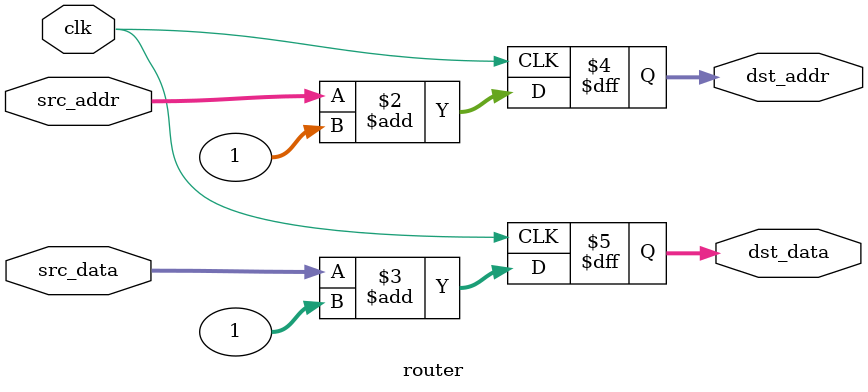
<source format=sv>
module router(
  input wire clk, 
  input wire [47:0] src_addr,
  input wire [31:0] src_data,
  output reg [47:0] dst_addr,
  output reg [31:0] dst_data);
  
  always@(posedge clk)
     begin
        dst_addr <= src_addr+1;
        dst_data <= src_data+1;
     end

endmodule
  

</source>
